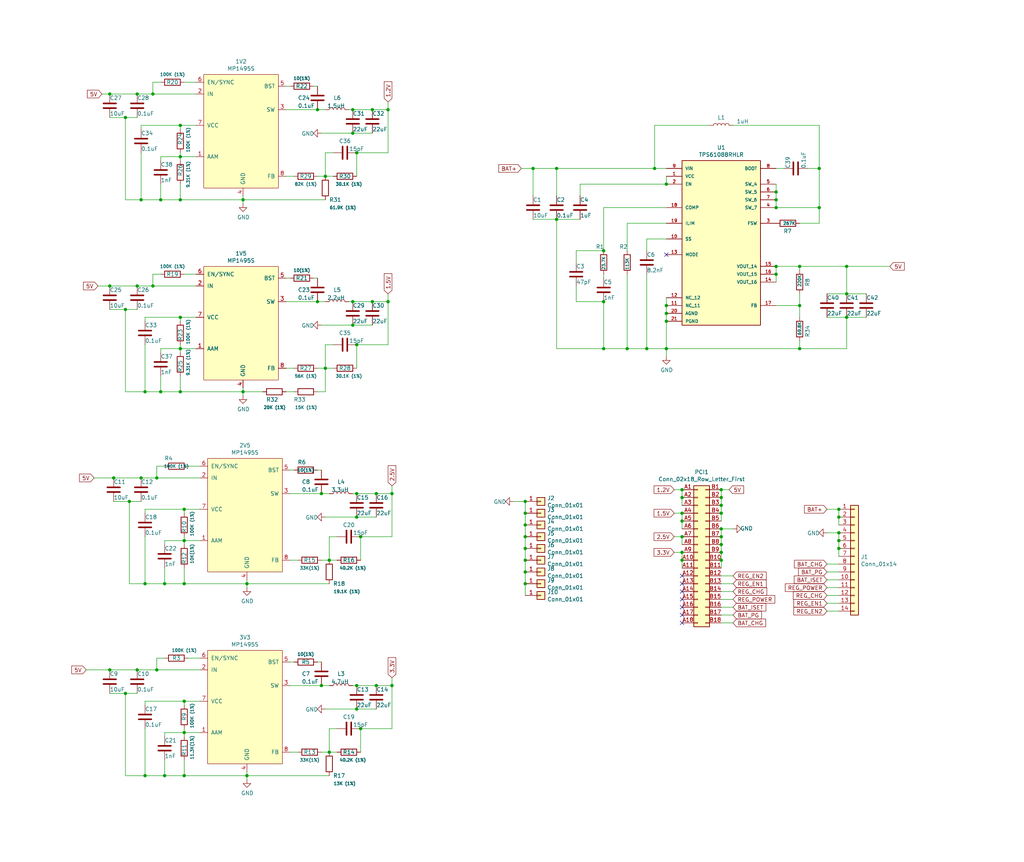
<source format=kicad_sch>
(kicad_sch (version 20211123) (generator eeschema)
  (paper "User" 331.8 279.4)
  (junction (at 58.42 102.87))
  (junction (at 116.84 173.99))
  (junction (at 45.72 64.77))
  (junction (at 170.18 173.99))
  (junction (at 180.34 54.61))
  (junction (at 102.87 97.79))
  (junction (at 127 160.02))
  (junction (at 274.32 102.87))
  (junction (at 215.9 99.06))
  (junction (at 53.34 251.46))
  (junction (at 127 222.25))
  (junction (at 233.68 173.99))
  (junction (at 115.57 49.53))
  (junction (at 58.42 40.64))
  (junction (at 40.64 224.79))
  (junction (at 59.69 165.1))
  (junction (at 203.2 113.03))
  (junction (at 271.78 165.1))
  (junction (at 59.69 175.26))
  (junction (at 116.84 236.22))
  (junction (at 104.14 160.02))
  (junction (at 271.78 177.8))
  (junction (at 265.43 54.61))
  (junction (at 170.18 162.56))
  (junction (at 44.45 217.17))
  (junction (at 195.58 81.28))
  (junction (at 233.68 161.29))
  (junction (at 115.57 160.02))
  (junction (at 274.32 95.25))
  (junction (at 220.98 166.37))
  (junction (at 259.08 113.03))
  (junction (at 220.98 161.29))
  (junction (at 170.18 170.18))
  (junction (at 46.99 127))
  (junction (at 58.42 64.77))
  (junction (at 44.45 92.71))
  (junction (at 41.91 162.56))
  (junction (at 80.01 189.23))
  (junction (at 233.68 158.75))
  (junction (at 46.99 251.46))
  (junction (at 80.01 251.46))
  (junction (at 265.43 67.31))
  (junction (at 49.53 92.71))
  (junction (at 170.18 185.42))
  (junction (at 220.98 158.75))
  (junction (at 220.98 181.61))
  (junction (at 114.3 43.18))
  (junction (at 115.57 167.64))
  (junction (at 170.18 181.61))
  (junction (at 215.9 104.14))
  (junction (at 45.72 154.94))
  (junction (at 104.14 222.25))
  (junction (at 35.56 30.48))
  (junction (at 50.8 217.17))
  (junction (at 259.08 99.06))
  (junction (at 40.64 38.1))
  (junction (at 78.74 127))
  (junction (at 44.45 30.48))
  (junction (at 114.3 105.41))
  (junction (at 120.65 97.79))
  (junction (at 251.46 88.9))
  (junction (at 59.69 237.49))
  (junction (at 58.42 127))
  (junction (at 271.78 167.64))
  (junction (at 209.55 113.03))
  (junction (at 215.9 59.69))
  (junction (at 220.98 173.99))
  (junction (at 233.68 176.53))
  (junction (at 233.68 181.61))
  (junction (at 170.18 166.37))
  (junction (at 59.69 251.46))
  (junction (at 52.07 127))
  (junction (at 180.34 71.12))
  (junction (at 78.74 64.77))
  (junction (at 259.08 86.36))
  (junction (at 115.57 222.25))
  (junction (at 271.78 175.26))
  (junction (at 105.41 57.15))
  (junction (at 220.98 179.07))
  (junction (at 170.18 177.8))
  (junction (at 233.68 166.37))
  (junction (at 59.69 227.33))
  (junction (at 172.72 54.61))
  (junction (at 35.56 217.17))
  (junction (at 58.42 50.8))
  (junction (at 251.46 67.31))
  (junction (at 212.09 54.61))
  (junction (at 251.46 86.36))
  (junction (at 121.92 160.02))
  (junction (at 102.87 35.56))
  (junction (at 105.41 119.38))
  (junction (at 106.68 181.61))
  (junction (at 114.3 97.79))
  (junction (at 50.8 154.94))
  (junction (at 233.68 163.83))
  (junction (at 52.07 64.77))
  (junction (at 215.9 113.03))
  (junction (at 59.69 189.23))
  (junction (at 215.9 101.6))
  (junction (at 170.18 189.23))
  (junction (at 58.42 113.03))
  (junction (at 46.99 189.23))
  (junction (at 125.73 97.79))
  (junction (at 106.68 243.84))
  (junction (at 195.58 97.79))
  (junction (at 35.56 92.71))
  (junction (at 271.78 172.72))
  (junction (at 251.46 64.77))
  (junction (at 115.57 111.76))
  (junction (at 40.64 100.33))
  (junction (at 251.46 62.23))
  (junction (at 233.68 171.45))
  (junction (at 53.34 189.23))
  (junction (at 115.57 229.87))
  (junction (at 120.65 35.56))
  (junction (at 233.68 179.07))
  (junction (at 125.73 35.56))
  (junction (at 49.53 30.48))
  (junction (at 195.58 113.03))
  (junction (at 36.83 154.94))
  (junction (at 114.3 35.56))
  (junction (at 121.92 222.25))
  (junction (at 220.98 168.91))
  (junction (at 274.32 86.36))
  (no_connect (at 220.98 196.85))
  (no_connect (at 220.98 189.23))
  (no_connect (at 220.98 194.31))
  (no_connect (at 220.98 186.69))
  (no_connect (at 220.98 201.93))
  (no_connect (at 215.9 82.55))
  (no_connect (at 220.98 191.77))
  (no_connect (at 220.98 199.39))
  (wire (pts (xy 209.55 77.47) (xy 209.55 81.28)))
  (wire (pts (xy 261.62 54.61) (xy 265.43 54.61)))
  (wire (pts (xy 58.42 102.87) (xy 63.5 102.87)))
  (wire (pts (xy 33.02 30.48) (xy 35.56 30.48)))
  (wire (pts (xy 35.56 30.48) (xy 44.45 30.48)))
  (wire (pts (xy 125.73 49.53) (xy 125.73 35.56)))
  (wire (pts (xy 53.34 175.26) (xy 53.34 176.53)))
  (wire (pts (xy 46.99 111.76) (xy 46.99 127)))
  (wire (pts (xy 180.34 54.61) (xy 172.72 54.61)))
  (wire (pts (xy 40.64 100.33) (xy 44.45 100.33)))
  (wire (pts (xy 170.18 177.8) (xy 170.18 181.61)))
  (wire (pts (xy 215.9 99.06) (xy 215.9 101.6)))
  (wire (pts (xy 101.6 90.17) (xy 102.87 90.17)))
  (wire (pts (xy 58.42 121.92) (xy 58.42 127)))
  (wire (pts (xy 233.68 181.61) (xy 233.68 184.15)))
  (wire (pts (xy 220.98 168.91) (xy 220.98 171.45)))
  (wire (pts (xy 27.94 217.17) (xy 35.56 217.17)))
  (wire (pts (xy 35.56 217.17) (xy 44.45 217.17)))
  (wire (pts (xy 105.41 119.38) (xy 105.41 111.76)))
  (wire (pts (xy 104.14 105.41) (xy 114.3 105.41)))
  (wire (pts (xy 114.3 105.41) (xy 120.65 105.41)))
  (wire (pts (xy 92.71 119.38) (xy 95.25 119.38)))
  (wire (pts (xy 104.14 160.02) (xy 106.68 160.02)))
  (wire (pts (xy 105.41 57.15) (xy 107.95 57.15)))
  (wire (pts (xy 251.46 59.69) (xy 251.46 62.23)))
  (wire (pts (xy 105.41 111.76) (xy 107.95 111.76)))
  (wire (pts (xy 46.99 227.33) (xy 46.99 228.6)))
  (wire (pts (xy 49.53 30.48) (xy 63.5 30.48)))
  (wire (pts (xy 52.07 121.92) (xy 52.07 127)))
  (wire (pts (xy 251.46 64.77) (xy 251.46 67.31)))
  (wire (pts (xy 45.72 40.64) (xy 45.72 41.91)))
  (wire (pts (xy 116.84 243.84) (xy 116.84 236.22)))
  (wire (pts (xy 237.49 196.85) (xy 233.68 196.85)))
  (wire (pts (xy 170.18 162.56) (xy 170.18 166.37)))
  (wire (pts (xy 233.68 179.07) (xy 233.68 181.61)))
  (wire (pts (xy 50.8 151.13) (xy 53.34 151.13)))
  (wire (pts (xy 195.58 97.79) (xy 195.58 113.03)))
  (wire (pts (xy 53.34 246.38) (xy 53.34 251.46)))
  (wire (pts (xy 127 173.99) (xy 127 160.02)))
  (wire (pts (xy 215.9 59.69) (xy 187.96 59.69)))
  (wire (pts (xy 45.72 154.94) (xy 50.8 154.94)))
  (wire (pts (xy 104.14 243.84) (xy 106.68 243.84)))
  (wire (pts (xy 102.87 57.15) (xy 105.41 57.15)))
  (wire (pts (xy 92.71 127) (xy 95.25 127)))
  (wire (pts (xy 127 236.22) (xy 127 222.25)))
  (wire (pts (xy 106.68 181.61) (xy 106.68 173.99)))
  (wire (pts (xy 102.87 97.79) (xy 105.41 97.79)))
  (wire (pts (xy 50.8 154.94) (xy 50.8 151.13)))
  (wire (pts (xy 115.57 119.38) (xy 115.57 111.76)))
  (wire (pts (xy 267.97 193.04) (xy 271.78 193.04)))
  (wire (pts (xy 237.49 189.23) (xy 233.68 189.23)))
  (wire (pts (xy 209.55 88.9) (xy 209.55 113.03)))
  (wire (pts (xy 92.71 27.94) (xy 93.98 27.94)))
  (wire (pts (xy 45.72 49.53) (xy 45.72 64.77)))
  (wire (pts (xy 180.34 63.5) (xy 180.34 54.61)))
  (wire (pts (xy 186.69 97.79) (xy 195.58 97.79)))
  (wire (pts (xy 41.91 162.56) (xy 45.72 162.56)))
  (wire (pts (xy 115.57 49.53) (xy 125.73 49.53)))
  (wire (pts (xy 265.43 54.61) (xy 265.43 67.31)))
  (wire (pts (xy 237.49 191.77) (xy 233.68 191.77)))
  (wire (pts (xy 172.72 54.61) (xy 168.91 54.61)))
  (wire (pts (xy 105.41 57.15) (xy 105.41 49.53)))
  (wire (pts (xy 30.48 154.94) (xy 36.83 154.94)))
  (wire (pts (xy 36.83 154.94) (xy 45.72 154.94)))
  (wire (pts (xy 106.68 243.84) (xy 106.68 236.22)))
  (wire (pts (xy 60.96 213.36) (xy 64.77 213.36)))
  (wire (pts (xy 80.01 251.46) (xy 106.68 251.46)))
  (wire (pts (xy 233.68 161.29) (xy 233.68 163.83)))
  (wire (pts (xy 259.08 95.25) (xy 259.08 99.06)))
  (wire (pts (xy 265.43 67.31) (xy 265.43 72.39)))
  (wire (pts (xy 229.87 40.64) (xy 212.09 40.64)))
  (wire (pts (xy 259.08 86.36) (xy 274.32 86.36)))
  (wire (pts (xy 233.68 176.53) (xy 233.68 179.07)))
  (wire (pts (xy 59.69 237.49) (xy 59.69 238.76)))
  (wire (pts (xy 63.5 113.03) (xy 58.42 113.03)))
  (wire (pts (xy 52.07 127) (xy 58.42 127)))
  (wire (pts (xy 78.74 66.04) (xy 78.74 64.77)))
  (wire (pts (xy 106.68 173.99) (xy 109.22 173.99)))
  (wire (pts (xy 64.77 165.1) (xy 59.69 165.1)))
  (wire (pts (xy 53.34 189.23) (xy 46.99 189.23)))
  (wire (pts (xy 58.42 111.76) (xy 58.42 113.03)))
  (wire (pts (xy 115.57 111.76) (xy 125.73 111.76)))
  (wire (pts (xy 125.73 35.56) (xy 125.73 33.02)))
  (wire (pts (xy 60.96 151.13) (xy 64.77 151.13)))
  (wire (pts (xy 59.69 175.26) (xy 53.34 175.26)))
  (wire (pts (xy 93.98 181.61) (xy 96.52 181.61)))
  (wire (pts (xy 40.64 100.33) (xy 40.64 127)))
  (wire (pts (xy 233.68 166.37) (xy 233.68 168.91)))
  (wire (pts (xy 125.73 97.79) (xy 125.73 95.25)))
  (wire (pts (xy 203.2 113.03) (xy 209.55 113.03)))
  (wire (pts (xy 233.68 158.75) (xy 233.68 161.29)))
  (wire (pts (xy 59.69 189.23) (xy 80.01 189.23)))
  (wire (pts (xy 267.97 195.58) (xy 271.78 195.58)))
  (wire (pts (xy 102.87 127) (xy 105.41 127)))
  (wire (pts (xy 102.87 214.63) (xy 104.14 214.63)))
  (wire (pts (xy 40.64 224.79) (xy 40.64 251.46)))
  (wire (pts (xy 267.97 182.88) (xy 271.78 182.88)))
  (wire (pts (xy 58.42 40.64) (xy 58.42 41.91)))
  (wire (pts (xy 218.44 158.75) (xy 220.98 158.75)))
  (wire (pts (xy 93.98 214.63) (xy 95.25 214.63)))
  (wire (pts (xy 220.98 173.99) (xy 220.98 176.53)))
  (wire (pts (xy 63.5 40.64) (xy 58.42 40.64)))
  (wire (pts (xy 180.34 71.12) (xy 180.34 113.03)))
  (wire (pts (xy 106.68 181.61) (xy 109.22 181.61)))
  (wire (pts (xy 46.99 189.23) (xy 46.99 173.99)))
  (wire (pts (xy 59.69 175.26) (xy 59.69 176.53)))
  (wire (pts (xy 64.77 227.33) (xy 59.69 227.33)))
  (wire (pts (xy 59.69 184.15) (xy 59.69 189.23)))
  (wire (pts (xy 220.98 161.29) (xy 220.98 163.83)))
  (wire (pts (xy 251.46 86.36) (xy 251.46 88.9)))
  (wire (pts (xy 105.41 167.64) (xy 115.57 167.64)))
  (wire (pts (xy 115.57 167.64) (xy 121.92 167.64)))
  (wire (pts (xy 40.64 251.46) (xy 46.99 251.46)))
  (wire (pts (xy 186.69 92.71) (xy 186.69 97.79)))
  (wire (pts (xy 220.98 158.75) (xy 220.98 161.29)))
  (wire (pts (xy 50.8 217.17) (xy 50.8 213.36)))
  (wire (pts (xy 215.9 57.15) (xy 215.9 59.69)))
  (wire (pts (xy 195.58 88.9) (xy 195.58 90.17)))
  (wire (pts (xy 46.99 251.46) (xy 53.34 251.46)))
  (wire (pts (xy 237.49 201.93) (xy 233.68 201.93)))
  (wire (pts (xy 220.98 179.07) (xy 220.98 181.61)))
  (wire (pts (xy 215.9 67.31) (xy 195.58 67.31)))
  (wire (pts (xy 195.58 113.03) (xy 203.2 113.03)))
  (wire (pts (xy 52.07 50.8) (xy 52.07 52.07)))
  (wire (pts (xy 127 222.25) (xy 127 219.71)))
  (wire (pts (xy 49.53 92.71) (xy 49.53 88.9)))
  (wire (pts (xy 52.07 59.69) (xy 52.07 64.77)))
  (wire (pts (xy 127 160.02) (xy 127 157.48)))
  (wire (pts (xy 35.56 100.33) (xy 40.64 100.33)))
  (wire (pts (xy 59.69 237.49) (xy 53.34 237.49)))
  (wire (pts (xy 46.99 165.1) (xy 59.69 165.1)))
  (wire (pts (xy 80.01 252.73) (xy 80.01 251.46)))
  (wire (pts (xy 237.49 194.31) (xy 233.68 194.31)))
  (wire (pts (xy 44.45 92.71) (xy 49.53 92.71)))
  (wire (pts (xy 271.78 167.64) (xy 271.78 170.18)))
  (wire (pts (xy 106.68 243.84) (xy 109.22 243.84)))
  (wire (pts (xy 78.74 128.27) (xy 78.74 127)))
  (wire (pts (xy 251.46 54.61) (xy 254 54.61)))
  (wire (pts (xy 259.08 113.03) (xy 274.32 113.03)))
  (wire (pts (xy 105.41 49.53) (xy 107.95 49.53)))
  (wire (pts (xy 36.83 162.56) (xy 41.91 162.56)))
  (wire (pts (xy 267.97 172.72) (xy 271.78 172.72)))
  (wire (pts (xy 233.68 163.83) (xy 233.68 166.37)))
  (wire (pts (xy 58.42 102.87) (xy 58.42 104.14)))
  (wire (pts (xy 63.5 50.8) (xy 58.42 50.8)))
  (wire (pts (xy 218.44 179.07) (xy 220.98 179.07)))
  (wire (pts (xy 113.03 97.79) (xy 114.3 97.79)))
  (wire (pts (xy 114.3 97.79) (xy 120.65 97.79)))
  (wire (pts (xy 120.65 97.79) (xy 125.73 97.79)))
  (wire (pts (xy 218.44 173.99) (xy 220.98 173.99)))
  (wire (pts (xy 125.73 111.76) (xy 125.73 97.79)))
  (wire (pts (xy 105.41 229.87) (xy 115.57 229.87)))
  (wire (pts (xy 115.57 229.87) (xy 121.92 229.87)))
  (wire (pts (xy 251.46 99.06) (xy 259.08 99.06)))
  (wire (pts (xy 102.87 152.4) (xy 104.14 152.4)))
  (wire (pts (xy 271.78 175.26) (xy 271.78 177.8)))
  (wire (pts (xy 186.69 81.28) (xy 186.69 85.09)))
  (wire (pts (xy 267.97 185.42) (xy 271.78 185.42)))
  (wire (pts (xy 237.49 186.69) (xy 233.68 186.69)))
  (wire (pts (xy 236.22 158.75) (xy 233.68 158.75)))
  (wire (pts (xy 46.99 102.87) (xy 58.42 102.87)))
  (wire (pts (xy 187.96 59.69) (xy 187.96 63.5)))
  (wire (pts (xy 58.42 50.8) (xy 58.42 52.07)))
  (wire (pts (xy 209.55 113.03) (xy 215.9 113.03)))
  (wire (pts (xy 59.69 26.67) (xy 63.5 26.67)))
  (wire (pts (xy 40.64 224.79) (xy 44.45 224.79)))
  (wire (pts (xy 53.34 184.15) (xy 53.34 189.23)))
  (wire (pts (xy 170.18 162.56) (xy 166.37 162.56)))
  (wire (pts (xy 215.9 54.61) (xy 212.09 54.61)))
  (wire (pts (xy 40.64 38.1) (xy 44.45 38.1)))
  (wire (pts (xy 53.34 189.23) (xy 59.69 189.23)))
  (wire (pts (xy 59.69 165.1) (xy 59.69 166.37)))
  (wire (pts (xy 59.69 246.38) (xy 59.69 251.46)))
  (wire (pts (xy 50.8 213.36) (xy 53.34 213.36)))
  (wire (pts (xy 259.08 113.03) (xy 259.08 110.49)))
  (wire (pts (xy 46.99 236.22) (xy 46.99 251.46)))
  (wire (pts (xy 78.74 63.5) (xy 78.74 64.77)))
  (wire (pts (xy 104.14 222.25) (xy 106.68 222.25)))
  (wire (pts (xy 218.44 166.37) (xy 220.98 166.37)))
  (wire (pts (xy 58.42 49.53) (xy 58.42 50.8)))
  (wire (pts (xy 116.84 181.61) (xy 116.84 173.99)))
  (wire (pts (xy 251.46 86.36) (xy 259.08 86.36)))
  (wire (pts (xy 274.32 95.25) (xy 280.67 95.25)))
  (wire (pts (xy 186.69 81.28) (xy 195.58 81.28)))
  (wire (pts (xy 170.18 166.37) (xy 170.18 170.18)))
  (wire (pts (xy 115.57 57.15) (xy 115.57 49.53)))
  (wire (pts (xy 35.56 224.79) (xy 40.64 224.79)))
  (wire (pts (xy 237.49 40.64) (xy 265.43 40.64)))
  (wire (pts (xy 40.64 127) (xy 46.99 127)))
  (wire (pts (xy 58.42 40.64) (xy 45.72 40.64)))
  (wire (pts (xy 44.45 217.17) (xy 50.8 217.17)))
  (wire (pts (xy 203.2 88.9) (xy 203.2 113.03)))
  (wire (pts (xy 170.18 185.42) (xy 170.18 189.23)))
  (wire (pts (xy 50.8 217.17) (xy 64.77 217.17)))
  (wire (pts (xy 92.71 90.17) (xy 93.98 90.17)))
  (wire (pts (xy 271.78 177.8) (xy 271.78 180.34)))
  (wire (pts (xy 52.07 113.03) (xy 58.42 113.03)))
  (wire (pts (xy 80.01 187.96) (xy 80.01 189.23)))
  (wire (pts (xy 265.43 72.39) (xy 259.08 72.39)))
  (wire (pts (xy 114.3 222.25) (xy 115.57 222.25)))
  (wire (pts (xy 115.57 222.25) (xy 121.92 222.25)))
  (wire (pts (xy 121.92 222.25) (xy 127 222.25)))
  (wire (pts (xy 106.68 236.22) (xy 109.22 236.22)))
  (wire (pts (xy 271.78 172.72) (xy 271.78 175.26)))
  (wire (pts (xy 46.99 127) (xy 52.07 127)))
  (wire (pts (xy 215.9 72.39) (xy 203.2 72.39)))
  (wire (pts (xy 187.96 71.12) (xy 180.34 71.12)))
  (wire (pts (xy 172.72 63.5) (xy 172.72 54.61)))
  (wire (pts (xy 50.8 154.94) (xy 64.77 154.94)))
  (wire (pts (xy 105.41 119.38) (xy 107.95 119.38)))
  (wire (pts (xy 215.9 115.57) (xy 215.9 113.03)))
  (wire (pts (xy 288.29 86.36) (xy 274.32 86.36)))
  (wire (pts (xy 78.74 125.73) (xy 78.74 127)))
  (wire (pts (xy 49.53 26.67) (xy 52.07 26.67)))
  (wire (pts (xy 170.18 170.18) (xy 170.18 173.99)))
  (wire (pts (xy 41.91 189.23) (xy 46.99 189.23)))
  (wire (pts (xy 31.75 92.71) (xy 35.56 92.71)))
  (wire (pts (xy 35.56 92.71) (xy 44.45 92.71)))
  (wire (pts (xy 58.42 59.69) (xy 58.42 64.77)))
  (wire (pts (xy 59.69 173.99) (xy 59.69 175.26)))
  (wire (pts (xy 104.14 181.61) (xy 106.68 181.61)))
  (wire (pts (xy 59.69 227.33) (xy 59.69 228.6)))
  (wire (pts (xy 116.84 173.99) (xy 127 173.99)))
  (wire (pts (xy 170.18 181.61) (xy 170.18 185.42)))
  (wire (pts (xy 251.46 91.44) (xy 251.46 88.9)))
  (wire (pts (xy 64.77 175.26) (xy 59.69 175.26)))
  (wire (pts (xy 64.77 237.49) (xy 59.69 237.49)))
  (wire (pts (xy 40.64 64.77) (xy 45.72 64.77)))
  (wire (pts (xy 102.87 35.56) (xy 105.41 35.56)))
  (wire (pts (xy 195.58 67.31) (xy 195.58 81.28)))
  (wire (pts (xy 233.68 171.45) (xy 233.68 173.99)))
  (wire (pts (xy 59.69 88.9) (xy 63.5 88.9)))
  (wire (pts (xy 44.45 30.48) (xy 49.53 30.48)))
  (wire (pts (xy 259.08 99.06) (xy 259.08 102.87)))
  (wire (pts (xy 52.07 64.77) (xy 58.42 64.77)))
  (wire (pts (xy 251.46 67.31) (xy 265.43 67.31)))
  (wire (pts (xy 267.97 190.5) (xy 271.78 190.5)))
  (wire (pts (xy 265.43 40.64) (xy 265.43 54.61)))
  (wire (pts (xy 212.09 40.64) (xy 212.09 54.61)))
  (wire (pts (xy 78.74 127) (xy 85.09 127)))
  (wire (pts (xy 203.2 72.39) (xy 203.2 81.28)))
  (wire (pts (xy 93.98 152.4) (xy 95.25 152.4)))
  (wire (pts (xy 92.71 35.56) (xy 102.87 35.56)))
  (wire (pts (xy 274.32 102.87) (xy 274.32 113.03)))
  (wire (pts (xy 45.72 64.77) (xy 52.07 64.77)))
  (wire (pts (xy 53.34 237.49) (xy 53.34 238.76)))
  (wire (pts (xy 58.42 113.03) (xy 58.42 114.3)))
  (wire (pts (xy 233.68 173.99) (xy 233.68 176.53)))
  (wire (pts (xy 46.99 102.87) (xy 46.99 104.14)))
  (wire (pts (xy 215.9 104.14) (xy 215.9 113.03)))
  (wire (pts (xy 280.67 102.87) (xy 274.32 102.87)))
  (wire (pts (xy 49.53 30.48) (xy 49.53 26.67)))
  (wire (pts (xy 92.71 97.79) (xy 102.87 97.79)))
  (wire (pts (xy 113.03 35.56) (xy 114.3 35.56)))
  (wire (pts (xy 114.3 35.56) (xy 120.65 35.56)))
  (wire (pts (xy 120.65 35.56) (xy 125.73 35.56)))
  (wire (pts (xy 41.91 162.56) (xy 41.91 189.23)))
  (wire (pts (xy 105.41 127) (xy 105.41 119.38)))
  (wire (pts (xy 35.56 38.1) (xy 40.64 38.1)))
  (wire (pts (xy 49.53 92.71) (xy 63.5 92.71)))
  (wire (pts (xy 267.97 187.96) (xy 271.78 187.96)))
  (wire (pts (xy 170.18 173.99) (xy 170.18 177.8)))
  (wire (pts (xy 58.42 127) (xy 78.74 127)))
  (wire (pts (xy 114.3 160.02) (xy 115.57 160.02)))
  (wire (pts (xy 115.57 160.02) (xy 121.92 160.02)))
  (wire (pts (xy 121.92 160.02) (xy 127 160.02)))
  (wire (pts (xy 59.69 251.46) (xy 80.01 251.46)))
  (wire (pts (xy 251.46 62.23) (xy 251.46 64.77)))
  (wire (pts (xy 267.97 95.25) (xy 274.32 95.25)))
  (wire (pts (xy 80.01 250.19) (xy 80.01 251.46)))
  (wire (pts (xy 93.98 160.02) (xy 104.14 160.02)))
  (wire (pts (xy 259.08 113.03) (xy 215.9 113.03)))
  (wire (pts (xy 58.42 50.8) (xy 52.07 50.8)))
  (wire (pts (xy 53.34 251.46) (xy 59.69 251.46)))
  (wire (pts (xy 170.18 189.23) (xy 170.18 193.04)))
  (wire (pts (xy 104.14 43.18) (xy 114.3 43.18)))
  (wire (pts (xy 114.3 43.18) (xy 120.65 43.18)))
  (wire (pts (xy 237.49 199.39) (xy 233.68 199.39)))
  (wire (pts (xy 267.97 165.1) (xy 271.78 165.1)))
  (wire (pts (xy 46.99 166.37) (xy 46.99 165.1)))
  (wire (pts (xy 102.87 119.38) (xy 105.41 119.38)))
  (wire (pts (xy 180.34 113.03) (xy 195.58 113.03)))
  (wire (pts (xy 80.01 190.5) (xy 80.01 189.23)))
  (wire (pts (xy 267.97 102.87) (xy 274.32 102.87)))
  (wire (pts (xy 274.32 95.25) (xy 274.32 86.36)))
  (wire (pts (xy 220.98 166.37) (xy 220.98 168.91)))
  (wire (pts (xy 215.9 96.52) (xy 215.9 99.06)))
  (wire (pts (xy 180.34 71.12) (xy 172.72 71.12)))
  (wire (pts (xy 271.78 165.1) (xy 271.78 167.64)))
  (wire (pts (xy 220.98 181.61) (xy 220.98 184.15)))
  (wire (pts (xy 101.6 27.94) (xy 102.87 27.94)))
  (wire (pts (xy 116.84 236.22) (xy 127 236.22)))
  (wire (pts (xy 78.74 64.77) (xy 105.41 64.77)))
  (wire (pts (xy 40.64 38.1) (xy 40.64 64.77)))
  (wire (pts (xy 80.01 189.23) (xy 106.68 189.23)))
  (wire (pts (xy 49.53 88.9) (xy 52.07 88.9)))
  (wire (pts (xy 233.68 171.45) (xy 237.49 171.45)))
  (wire (pts (xy 267.97 198.12) (xy 271.78 198.12)))
  (wire (pts (xy 93.98 243.84) (xy 96.52 243.84)))
  (wire (pts (xy 93.98 222.25) (xy 104.14 222.25)))
  (wire (pts (xy 259.08 86.36) (xy 259.08 87.63)))
  (wire (pts (xy 52.07 113.03) (xy 52.07 114.3)))
  (wire (pts (xy 212.09 54.61) (xy 180.34 54.61)))
  (wire (pts (xy 59.69 227.33) (xy 46.99 227.33)))
  (wire (pts (xy 58.42 64.77) (xy 78.74 64.77)))
  (wire (pts (xy 92.71 57.15) (xy 95.25 57.15)))
  (wire (pts (xy 215.9 101.6) (xy 215.9 104.14)))
  (wire (pts (xy 59.69 236.22) (xy 59.69 237.49)))
  (wire (pts (xy 215.9 77.47) (xy 209.55 77.47)))
  (global_label "BAT_ISET" (shape input) (at 237.49 196.85 0) (property "Intersheet References" "${INTERSHEET_REFS}" (effects hide)))
  (global_label "5V" (shape input) (at 236.22 158.75 0) (property "Intersheet References" "${INTERSHEET_REFS}" (effects hide)))
  (global_label "1.2V" (shape input) (at 218.44 158.75 180) (property "Intersheet References" "${INTERSHEET_REFS}" (effects hide)))
  (global_label "5V" (shape input) (at 33.02 30.48 180) (property "Intersheet References" "${INTERSHEET_REFS}" (effects hide)))
  (global_label "2.5V" (shape input) (at 218.44 173.99 180) (property "Intersheet References" "${INTERSHEET_REFS}" (effects hide)))
  (global_label "3.3V" (shape input) (at 218.44 179.07 180) (property "Intersheet References" "${INTERSHEET_REFS}" (effects hide)))
  (global_label "REG_POWER" (shape input) (at 267.97 190.5 180) (property "Intersheet References" "${INTERSHEET_REFS}" (effects hide)))
  (global_label "REG_CHG" (shape input) (at 237.49 191.77 0) (property "Intersheet References" "${INTERSHEET_REFS}" (effects hide)))
  (global_label "REG_CHG" (shape input) (at 267.97 193.04 180) (property "Intersheet References" "${INTERSHEET_REFS}" (effects hide)))
  (global_label "BAT_CHG" (shape input) (at 237.49 201.93 0) (property "Intersheet References" "${INTERSHEET_REFS}" (effects hide)))
  (global_label "BAT+" (shape input) (at 267.97 165.1 180) (property "Intersheet References" "${INTERSHEET_REFS}" (effects hide)))
  (global_label "BAT_PG" (shape input) (at 237.49 199.39 0) (property "Intersheet References" "${INTERSHEET_REFS}" (effects hide)))
  (global_label "5V" (shape input) (at 27.94 217.17 180) (property "Intersheet References" "${INTERSHEET_REFS}" (effects hide)))
  (global_label "REG_POWER" (shape input) (at 237.49 194.31 0) (property "Intersheet References" "${INTERSHEET_REFS}" (effects hide)))
  (global_label "5V" (shape input) (at 30.48 154.94 180) (property "Intersheet References" "${INTERSHEET_REFS}" (effects hide)))
  (global_label "BAT+" (shape input) (at 168.91 54.61 180) (property "Intersheet References" "${INTERSHEET_REFS}" (effects hide)))
  (global_label "BAT_PG" (shape input) (at 267.97 185.42 180) (property "Intersheet References" "${INTERSHEET_REFS}" (effects hide)))
  (global_label "2.5V" (shape input) (at 127 157.48 90) (property "Intersheet References" "${INTERSHEET_REFS}" (effects hide)))
  (global_label "REG_EN1" (shape input) (at 267.97 195.58 180) (property "Intersheet References" "${INTERSHEET_REFS}" (effects hide)))
  (global_label "5V" (shape input) (at 31.75 92.71 180) (property "Intersheet References" "${INTERSHEET_REFS}" (effects hide)))
  (global_label "BAT_CHG" (shape input) (at 267.97 182.88 180) (property "Intersheet References" "${INTERSHEET_REFS}" (effects hide)))
  (global_label "1.5V" (shape input) (at 218.44 166.37 180) (property "Intersheet References" "${INTERSHEET_REFS}" (effects hide)))
  (global_label "BAT_ISET" (shape input) (at 267.97 187.96 180) (property "Intersheet References" "${INTERSHEET_REFS}" (effects hide)))
  (global_label "1.2V" (shape input) (at 125.73 33.02 90) (property "Intersheet References" "${INTERSHEET_REFS}" (effects hide)))
  (global_label "REG_EN1" (shape input) (at 237.49 189.23 0) (property "Intersheet References" "${INTERSHEET_REFS}" (effects hide)))
  (global_label "5V" (shape input) (at 288.29 86.36 0) (property "Intersheet References" "${INTERSHEET_REFS}" (effects hide)))
  (global_label "REG_EN2" (shape input) (at 267.97 198.12 180) (property "Intersheet References" "${INTERSHEET_REFS}" (effects hide)))
  (global_label "REG_EN2" (shape input) (at 237.49 186.69 0) (property "Intersheet References" "${INTERSHEET_REFS}" (effects hide)))
  (global_label "1.5V" (shape input) (at 125.73 95.25 90) (property "Intersheet References" "${INTERSHEET_REFS}" (effects hide)))
  (global_label "3.3V" (shape input) (at 127 219.71 90) (property "Intersheet References" "${INTERSHEET_REFS}" (effects hide)))
  (symbol (lib_id "TPS61088RHLR:TPS61088RHLR") (at 233.68 77.47 0) (unit 1)
    (property "Reference" "U1" (at 233.68 47.8282 0))
    (property "Value" "TPS61088RHLR" (at 233.68 50.1396 0))
    (property "Footprint" "Lib:IC_TPS61088RHLR" (effects hide))
    (property "MAXIMUM_PACKAGE_HEIGHT" "1.00mm" (effects hide))
    (property "STANDARD" "Manufacturer Recommendations" (effects hide))
    (property "PARTREV" "4219071/A 05/2017" (effects hide))
    (property "MANUFACTURER" "Texas Instruments" (effects hide))
  )
  (symbol (lib_id "PCI:PCIx1") (at 227.33 179.07 0) (unit 1)
    (property "Reference" "PCI1" (at 227.33 153.035 0))
    (property "Value" "Conn_02x18_Row_Letter_First" (at 227.33 155.3464 0))
    (property "Footprint" "Connector_PCBEdge:BUS_PCIexpress_x1" (effects hide))
  )
  (symbol (lib_id "Device:C") (at 180.34 67.31 0) (unit 1)
    (property "Reference" "C2" (at 180.34 64.77 0) (effects (justify left)))
    (property "Value" "0.1uF" (at 180.34 69.85 0) (effects (justify left)))
    (property "Footprint" "Capacitor_SMD:C_0402_1005Metric" (effects hide))
  )
  (symbol (lib_id "Device:C") (at 172.72 67.31 0) (unit 1)
    (property "Reference" "C1" (at 172.72 64.77 0) (effects (justify left)))
    (property "Value" "10uF" (at 172.72 69.85 0) (effects (justify left)))
    (property "Footprint" "Capacitor_SMD:C_0603_1608Metric" (effects hide))
  )
  (symbol (lib_id "Device:C") (at 187.96 67.31 0) (unit 1)
    (property "Reference" "C4" (at 187.96 64.77 0) (effects (justify left)))
    (property "Value" "1uF" (at 187.96 69.85 0) (effects (justify left)))
    (property "Footprint" "Capacitor_SMD:C_0402_1005Metric" (effects hide))
  )
  (symbol (lib_id "Device:C") (at 186.69 88.9 0) (unit 1)
    (property "Reference" "C3" (at 186.69 86.36 0) (effects (justify left)))
    (property "Value" "47pF" (at 186.69 91.44 0) (effects (justify left)))
    (property "Footprint" "Capacitor_SMD:C_0402_1005Metric" (effects hide))
  )
  (symbol (lib_id "Device:R") (at 195.58 85.09 0) (unit 1)
    (property "Reference" "R1" (at 193.04 80.01 0) (effects (justify left)))
    (property "Value" "23.7K" (at 195.58 87.63 90) (effects (font (size 0.9906 0.9906) bold) (justify left)))
    (property "Footprint" "Resistor_SMD:R_0402_1005Metric" (effects hide))
  )
  (symbol (lib_id "Device:R") (at 203.2 85.09 0) (unit 1)
    (property "Reference" "R2" (at 200.66 80.01 0) (effects (justify left)))
    (property "Value" "113K" (at 203.2 87.63 90) (effects (font (size 0.9906 0.9906) bold) (justify left)))
    (property "Footprint" "Resistor_SMD:R_0402_1005Metric" (effects hide))
  )
  (symbol (lib_id "Device:C") (at 209.55 85.09 0) (unit 1)
    (property "Reference" "C6" (at 209.55 82.55 0) (effects (justify left)))
    (property "Value" "8.2nF" (at 209.55 87.63 0) (effects (justify left)))
    (property "Footprint" "Capacitor_SMD:C_0402_1005Metric" (effects hide))
  )
  (symbol (lib_id "Device:C") (at 280.67 99.06 0) (unit 1)
    (property "Reference" "C42" (at 280.67 96.52 0) (effects (justify left)))
    (property "Value" "22uF" (at 280.67 101.6 0) (effects (justify left)))
    (property "Footprint" "Capacitor_SMD:C_0603_1608Metric" (effects hide))
  )
  (symbol (lib_id "Device:C") (at 195.58 93.98 0) (unit 1)
    (property "Reference" "C5" (at 195.58 91.44 0) (effects (justify left)))
    (property "Value" "1nF" (at 195.58 96.52 0) (effects (justify left)))
    (property "Footprint" "Capacitor_SMD:C_0402_1005Metric" (effects hide))
  )
  (symbol (lib_id "Connector_Generic:Conn_01x01") (at 175.26 162.56 0) (unit 1)
    (property "Reference" "J2" (at 177.292 161.4932 0) (effects (justify left)))
    (property "Value" "Conn_01x01" (at 177.292 163.8046 0) (effects (justify left)))
    (property "Footprint" "Lib:pad-6-1.5" (effects hide))
  )
  (symbol (lib_id "Connector_Generic:Conn_01x01") (at 175.26 166.37 0) (unit 1)
    (property "Reference" "J3" (at 177.292 165.3032 0) (effects (justify left)))
    (property "Value" "Conn_01x01" (at 177.292 167.6146 0) (effects (justify left)))
    (property "Footprint" "Lib:pad-6-1.5" (effects hide))
  )
  (symbol (lib_id "Device:C") (at 257.81 54.61 90) (unit 1)
    (property "Reference" "C39" (at 255.27 54.61 0) (effects (justify left)))
    (property "Value" "0.1uF" (at 260.35 54.61 0) (effects (justify left)))
    (property "Footprint" "Capacitor_SMD:C_0402_1005Metric" (effects hide))
  )
  (symbol (lib_id "Connector_Generic:Conn_01x01") (at 175.26 170.18 0) (unit 1)
    (property "Reference" "J4" (at 177.292 169.1132 0) (effects (justify left)))
    (property "Value" "Conn_01x01" (at 177.292 171.4246 0) (effects (justify left)))
    (property "Footprint" "Lib:pad-6-1.5" (effects hide))
  )
  (symbol (lib_id "Connector_Generic:Conn_01x01") (at 175.26 173.99 0) (unit 1)
    (property "Reference" "J5" (at 177.292 172.9232 0) (effects (justify left)))
    (property "Value" "Conn_01x01" (at 177.292 175.2346 0) (effects (justify left)))
    (property "Footprint" "Lib:pad-6-1.5" (effects hide))
  )
  (symbol (lib_id "Device:R") (at 255.27 72.39 90) (unit 1)
    (property "Reference" "R7" (at 256.54 74.93 90) (effects (justify left)))
    (property "Value" "267K" (at 257.81 72.39 90) (effects (font (size 0.9906 0.9906) bold) (justify left)))
    (property "Footprint" "Resistor_SMD:R_0402_1005Metric" (effects hide))
  )
  (symbol (lib_id "Connector_Generic:Conn_01x01") (at 175.26 177.8 0) (unit 1)
    (property "Reference" "J6" (at 177.292 176.7332 0) (effects (justify left)))
    (property "Value" "Conn_01x01" (at 177.292 179.0446 0) (effects (justify left)))
    (property "Footprint" "Lib:pad-6-1.5" (effects hide))
  )
  (symbol (lib_id "Connector_Generic:Conn_01x01") (at 175.26 181.61 0) (unit 1)
    (property "Reference" "J7" (at 177.292 180.5432 0) (effects (justify left)))
    (property "Value" "Conn_01x01" (at 177.292 182.8546 0) (effects (justify left)))
    (property "Footprint" "Lib:pad-6-1.5" (effects hide))
  )
  (symbol (lib_id "Connector_Generic:Conn_01x01") (at 175.26 185.42 0) (unit 1)
    (property "Reference" "J8" (at 177.292 184.3532 0) (effects (justify left)))
    (property "Value" "Conn_01x01" (at 177.292 186.6646 0) (effects (justify left)))
    (property "Footprint" "Lib:pad-6-1.5" (effects hide))
  )
  (symbol (lib_id "Device:L") (at 233.68 40.64 90) (unit 1)
    (property "Reference" "L1" (at 234.95 38.1 90) (effects (justify left)))
    (property "Value" "1uH" (at 242.57 39.37 90) (effects (justify left)))
    (property "Footprint" "Inductor_SMD:L_Sunlord_MWSA0518_5.4x5.2mm" (effects hide))
  )
  (symbol (lib_id "Connector_Generic:Conn_01x01") (at 175.26 189.23 0) (unit 1)
    (property "Reference" "J9" (at 177.292 188.1632 0) (effects (justify left)))
    (property "Value" "Conn_01x01" (at 177.292 190.4746 0) (effects (justify left)))
    (property "Footprint" "Lib:pad-6-1.5" (effects hide))
  )
  (symbol (lib_id "Connector_Generic:Conn_01x01") (at 175.26 193.04 0) (unit 1)
    (property "Reference" "J10" (at 177.292 191.9732 0) (effects (justify left)))
    (property "Value" "Conn_01x01" (at 177.292 194.2846 0) (effects (justify left)))
    (property "Footprint" "Lib:pad-6-1.5" (effects hide))
  )
  (symbol (lib_id "power:GND") (at 166.37 162.56 270) (unit 1)
    (property "Reference" "#PWR0112" (effects hide))
    (property "Value" "GND" (at 161.9758 162.687 90))
  )
  (symbol (lib_id "Device:R") (at 259.08 91.44 180) (unit 1)
    (property "Reference" "R8" (at 261.62 90.17 90) (effects (justify left)))
    (property "Value" "220K" (at 259.08 88.9 90) (effects (font (size 0.9906 0.9906) bold) (justify left)))
    (property "Footprint" "Resistor_SMD:R_0402_1005Metric" (effects hide))
  )
  (symbol (lib_id "Device:R") (at 259.08 106.68 180) (unit 1)
    (property "Reference" "R34" (at 261.62 105.41 90) (effects (justify left)))
    (property "Value" "69.8K" (at 259.08 104.14 90) (effects (font (size 0.9906 0.9906) bold) (justify left)))
    (property "Footprint" "Resistor_SMD:R_0402_1005Metric" (effects hide))
  )
  (symbol (lib_id "power:GND") (at 237.49 171.45 90) (unit 1)
    (property "Reference" "#PWR01" (effects hide))
    (property "Value" "GND" (at 241.8842 171.323 90))
  )
  (symbol (lib_id "Device:C") (at 267.97 99.06 0) (unit 1)
    (property "Reference" "C40" (at 267.97 96.52 0) (effects (justify left)))
    (property "Value" "22uF" (at 267.97 101.6 0) (effects (justify left)))
    (property "Footprint" "Capacitor_SMD:C_0603_1608Metric" (effects hide))
  )
  (symbol (lib_id "Device:C") (at 274.32 99.06 0) (unit 1)
    (property "Reference" "C41" (at 274.32 96.52 0) (effects (justify left)))
    (property "Value" "22uF" (at 274.32 101.6 0) (effects (justify left)))
    (property "Footprint" "Capacitor_SMD:C_0603_1608Metric" (effects hide))
  )
  (symbol (lib_id "power:GND") (at 215.9 115.57 0) (unit 1)
    (property "Reference" "#PWR02" (effects hide))
    (property "Value" "GND" (at 216.027 119.9642 0))
  )
  (symbol (lib_id "Connector_Generic:Conn_01x14") (at 276.86 180.34 0) (unit 1)
    (property "Reference" "J1" (at 278.892 180.5432 0) (effects (justify left)))
    (property "Value" "Conn_01x14" (at 278.892 182.8546 0) (effects (justify left)))
    (property "Footprint" "Connector_FFC-FPC:Hirose_FH12-14S-0.5SH_1x14-1MP_P0.50mm_Horizontal" (effects hide))
  )
  (symbol (lib_id "power:GND") (at 267.97 172.72 270) (unit 1)
    (property "Reference" "#PWR0111" (effects hide))
    (property "Value" "GND" (at 263.5758 172.847 90))
  )
  (symbol (lib_id "Device:C") (at 35.56 220.98 0) (unit 1)
    (property "Reference" "C9" (at 35.56 218.44 0) (effects (justify left)))
    (property "Value" "10uF" (at 35.56 223.52 0) (effects (justify left)))
    (property "Footprint" "Capacitor_SMD:C_0603_1608Metric" (effects hide))
  )
  (symbol (lib_id "Device:R") (at 59.69 232.41 0) (unit 1)
    (property "Reference" "R9" (at 59.69 233.68 90) (effects (justify left)))
    (property "Value" "100K (1%)" (at 62.23 236.22 90) (effects (font (size 0.9906 0.9906) bold) (justify left)))
    (property "Footprint" "Resistor_SMD:R_0402_1005Metric" (effects hide))
  )
  (symbol (lib_id "Device:L") (at 110.49 222.25 90) (unit 1)
    (property "Reference" "L3" (at 111.76 218.44 90) (effects (justify left)))
    (property "Value" "4.7uH" (at 113.03 220.98 90) (effects (justify left)))
    (property "Footprint" "Inductor_SMD:L_Sunlord_MWSA0518_5.4x5.2mm" (effects hide))
  )
  (symbol (lib_id "Device:C") (at 44.45 220.98 0) (unit 1)
    (property "Reference" "C10" (at 44.45 218.44 0) (effects (justify left)))
    (property "Value" "0.1uF" (at 44.45 223.52 0) (effects (justify left)))
    (property "Footprint" "Capacitor_SMD:C_0402_1005Metric" (effects hide))
  )
  (symbol (lib_id "Device:C") (at 113.03 236.22 90) (unit 1)
    (property "Reference" "C19" (at 113.03 232.41 90))
    (property "Value" "15pF" (at 116.84 234.95 90))
    (property "Footprint" "Capacitor_SMD:C_0402_1005Metric" (effects hide))
  )
  (symbol (lib_id "Device:C") (at 53.34 242.57 0) (unit 1)
    (property "Reference" "C21" (at 53.34 240.03 0) (effects (justify left)))
    (property "Value" "1nF" (at 53.34 245.11 0) (effects (justify left)))
    (property "Footprint" "Capacitor_SMD:C_0402_1005Metric" (effects hide))
  )
  (symbol (lib_id "Device:C") (at 104.14 218.44 0) (unit 1)
    (property "Reference" "C7" (at 97.79 218.44 0) (effects (justify left)))
    (property "Value" "0.1uF" (at 97.79 220.98 0) (effects (justify left)))
    (property "Footprint" "Capacitor_SMD:C_0402_1005Metric" (effects hide))
  )
  (symbol (lib_id "Device:C") (at 115.57 226.06 0) (unit 1)
    (property "Reference" "C13" (at 115.57 223.52 0) (effects (justify left)))
    (property "Value" "22uF" (at 115.57 228.6 0) (effects (justify left)))
    (property "Footprint" "Capacitor_SMD:C_0603_1608Metric" (effects hide))
  )
  (symbol (lib_id "Device:C") (at 121.92 226.06 0) (unit 1)
    (property "Reference" "C14" (at 121.92 223.52 0) (effects (justify left)))
    (property "Value" "22uF" (at 121.92 228.6 0) (effects (justify left)))
    (property "Footprint" "Capacitor_SMD:C_0603_1608Metric" (effects hide))
  )
  (symbol (lib_id "Device:C") (at 46.99 232.41 0) (unit 1)
    (property "Reference" "C17" (at 46.99 229.87 0) (effects (justify left)))
    (property "Value" "0.1uF" (at 46.99 234.95 0) (effects (justify left)))
    (property "Footprint" "Capacitor_SMD:C_0402_1005Metric" (effects hide))
  )
  (symbol (lib_id "Device:R") (at 57.15 213.36 90) (unit 1)
    (property "Reference" "R3" (at 57.15 213.36 90))
    (property "Value" "100K (1%)" (at 59.69 210.82 90) (effects (font (size 0.9906 0.9906) bold)))
    (property "Footprint" "Resistor_SMD:R_0402_1005Metric" (effects hide))
  )
  (symbol (lib_id "Device:R") (at 113.03 243.84 90) (unit 1)
    (property "Reference" "R14" (at 113.03 243.84 90))
    (property "Value" "40.2K (1%)" (at 114.3 246.38 90) (effects (font (size 0.9906 0.9906) bold)))
    (property "Footprint" "Resistor_SMD:R_0402_1005Metric" (effects hide))
  )
  (symbol (lib_id "Device:R") (at 106.68 247.65 0) (unit 1)
    (property "Reference" "R17" (at 107.95 251.46 0) (effects (justify left)))
    (property "Value" "13K (1%)" (at 107.95 254 0) (effects (font (size 0.9906 0.9906) bold) (justify left)))
    (property "Footprint" "Resistor_SMD:R_0402_1005Metric" (effects hide))
  )
  (symbol (lib_id "Device:R") (at 100.33 243.84 90) (unit 1)
    (property "Reference" "R13" (at 100.33 243.84 90))
    (property "Value" "33K(1%)" (at 100.33 246.38 90) (effects (font (size 0.9906 0.9906) bold)))
    (property "Footprint" "Resistor_SMD:R_0402_1005Metric" (effects hide))
  )
  (symbol (lib_id "Device:R") (at 99.06 214.63 90) (unit 1)
    (property "Reference" "R5" (at 99.06 214.63 90))
    (property "Value" "10(1%)" (at 99.06 212.09 90) (effects (font (size 0.9906 0.9906) bold)))
    (property "Footprint" "Resistor_SMD:R_0402_1005Metric" (effects hide))
  )
  (symbol (lib_id "Device:R") (at 59.69 242.57 0) (unit 1)
    (property "Reference" "R11" (at 59.69 245.11 90) (effects (justify left)))
    (property "Value" "11.3K(1%)" (at 62.23 246.38 90) (effects (font (size 0.9906 0.9906) bold) (justify left)))
    (property "Footprint" "Resistor_SMD:R_0402_1005Metric" (effects hide))
  )
  (symbol (lib_id "power:GND") (at 80.01 252.73 0) (unit 1)
    (property "Reference" "#PWR020" (effects hide))
    (property "Value" "GND" (at 80.137 257.1242 0))
  )
  (symbol (lib_id "power:GND") (at 105.41 229.87 270) (unit 1)
    (property "Reference" "#PWR017" (effects hide))
    (property "Value" "GND" (at 101.0158 229.997 90))
  )
  (symbol (lib_id "mp14xx:MP1495S") (at 80.01 227.33 0) (unit 1)
    (property "Reference" "3V3" (at 79.375 206.629 0))
    (property "Value" "MP1495S" (at 79.375 208.9404 0))
    (property "Footprint" "Lib:SOT65P280X100-8N" (effects hide))
    (property "Datasheet" "MP1495SGJ-Z" (effects hide))
  )
  (symbol (lib_id "Device:L") (at 109.22 97.79 90) (unit 1)
    (property "Reference" "L5" (at 110.49 93.98 90) (effects (justify left)))
    (property "Value" "2.2uH" (at 111.76 96.52 90) (effects (justify left)))
    (property "Footprint" "Inductor_SMD:L_Sunlord_MWSA0518_5.4x5.2mm" (effects hide))
  )
  (symbol (lib_id "Device:C") (at 111.76 111.76 90) (unit 1)
    (property "Reference" "C35" (at 111.76 107.95 90))
    (property "Value" "15pF" (at 115.57 110.49 90))
    (property "Footprint" "Capacitor_SMD:C_0402_1005Metric" (effects hide))
  )
  (symbol (lib_id "Device:C") (at 102.87 93.98 0) (unit 1)
    (property "Reference" "C23" (at 96.52 93.98 0) (effects (justify left)))
    (property "Value" "0.1uF" (at 96.52 96.52 0) (effects (justify left)))
    (property "Footprint" "Capacitor_SMD:C_0402_1005Metric" (effects hide))
  )
  (symbol (lib_id "Device:C") (at 114.3 101.6 0) (unit 1)
    (property "Reference" "C29" (at 114.3 99.06 0) (effects (justify left)))
    (property "Value" "22uF" (at 114.3 104.14 0) (effects (justify left)))
    (property "Footprint" "Capacitor_SMD:C_0603_1608Metric" (effects hide))
  )
  (symbol (lib_id "Device:C") (at 120.65 101.6 0) (unit 1)
    (property "Reference" "C30" (at 120.65 99.06 0) (effects (justify left)))
    (property "Value" "22uF" (at 120.65 104.14 0) (effects (justify left)))
    (property "Footprint" "Capacitor_SMD:C_0603_1608Metric" (effects hide))
  )
  (symbol (lib_id "Device:R") (at 111.76 119.38 90) (unit 1)
    (property "Reference" "R28" (at 111.76 119.38 90))
    (property "Value" "30.1K (1%)" (at 113.03 121.92 90) (effects (font (size 0.9906 0.9906) bold)))
    (property "Footprint" "Resistor_SMD:R_0402_1005Metric" (effects hide))
  )
  (symbol (lib_id "Device:R") (at 88.9 127 90) (unit 1)
    (property "Reference" "R32" (at 90.17 129.54 90) (effects (justify left)))
    (property "Value" "20K (1%)" (at 92.71 132.08 90) (effects (font (size 0.9906 0.9906) bold) (justify left)))
    (property "Footprint" "Resistor_SMD:R_0402_1005Metric" (effects hide))
  )
  (symbol (lib_id "Device:R") (at 99.06 119.38 90) (unit 1)
    (property "Reference" "R27" (at 99.06 119.38 90))
    (property "Value" "56K (1%)" (at 99.06 121.92 90) (effects (font (size 0.9906 0.9906) bold)))
    (property "Footprint" "Resistor_SMD:R_0402_1005Metric" (effects hide))
  )
  (symbol (lib_id "Device:R") (at 97.79 90.17 90) (unit 1)
    (property "Reference" "R21" (at 97.79 90.17 90))
    (property "Value" "10(1%)" (at 97.79 87.63 90) (effects (font (size 0.9906 0.9906) bold)))
    (property "Footprint" "Resistor_SMD:R_0402_1005Metric" (effects hide))
  )
  (symbol (lib_id "Device:R") (at 58.42 118.11 0) (unit 1)
    (property "Reference" "R25" (at 58.42 120.65 90) (effects (justify left)))
    (property "Value" "9.31K (1%)" (at 60.96 121.92 90) (effects (font (size 0.9906 0.9906) bold) (justify left)))
    (property "Footprint" "Resistor_SMD:R_0402_1005Metric" (effects hide))
  )
  (symbol (lib_id "Device:R") (at 55.88 88.9 90) (unit 1)
    (property "Reference" "R19" (at 55.88 88.9 90))
    (property "Value" "100K (1%)" (at 55.88 86.36 90) (effects (font (size 0.9906 0.9906) bold)))
    (property "Footprint" "Resistor_SMD:R_0402_1005Metric" (effects hide))
  )
  (symbol (lib_id "Device:C") (at 46.99 107.95 0) (unit 1)
    (property "Reference" "C33" (at 46.99 105.41 0) (effects (justify left)))
    (property "Value" "0.1uF" (at 46.99 110.49 0) (effects (justify left)))
    (property "Footprint" "Capacitor_SMD:C_0402_1005Metric" (effects hide))
  )
  (symbol (lib_id "Device:C") (at 52.07 118.11 0) (unit 1)
    (property "Reference" "C37" (at 52.07 115.57 0) (effects (justify left)))
    (property "Value" "1nF" (at 52.07 120.65 0) (effects (justify left)))
    (property "Footprint" "Capacitor_SMD:C_0402_1005Metric" (effects hide))
  )
  (symbol (lib_id "Device:C") (at 44.45 96.52 0) (unit 1)
    (property "Reference" "C26" (at 44.45 93.98 0) (effects (justify left)))
    (property "Value" "0.1uF" (at 44.45 99.06 0) (effects (justify left)))
    (property "Footprint" "Capacitor_SMD:C_0402_1005Metric" (effects hide))
  )
  (symbol (lib_id "Device:R") (at 58.42 107.95 0) (unit 1)
    (property "Reference" "R23" (at 58.42 110.49 90) (effects (justify left)))
    (property "Value" "100K (1%)" (at 60.96 111.76 90) (effects (font (size 0.9906 0.9906) bold) (justify left)))
    (property "Footprint" "Resistor_SMD:R_0402_1005Metric" (effects hide))
  )
  (symbol (lib_id "Device:C") (at 35.56 96.52 0) (unit 1)
    (property "Reference" "C25" (at 35.56 93.98 0) (effects (justify left)))
    (property "Value" "10uF" (at 35.56 99.06 0) (effects (justify left)))
    (property "Footprint" "Capacitor_SMD:C_0603_1608Metric" (effects hide))
  )
  (symbol (lib_id "power:GND") (at 104.14 105.41 270) (unit 1)
    (property "Reference" "#PWR029" (effects hide))
    (property "Value" "GND" (at 99.7458 105.537 90))
  )
  (symbol (lib_id "mp14xx:MP1495S") (at 78.74 102.87 0) (unit 1)
    (property "Reference" "1V5" (at 78.105 82.169 0))
    (property "Value" "MP1495S" (at 78.105 84.4804 0))
    (property "Footprint" "Lib:SOT65P280X100-8N" (effects hide))
    (property "Datasheet" "MP1495SGJ-Z" (effects hide))
  )
  (symbol (lib_id "power:GND") (at 78.74 128.27 0) (unit 1)
    (property "Reference" "#PWR031" (effects hide))
    (property "Value" "GND" (at 78.867 132.6642 0))
  )
  (symbol (lib_id "Device:L") (at 110.49 160.02 90) (unit 1)
    (property "Reference" "L4" (at 111.76 156.21 90) (effects (justify left)))
    (property "Value" "3.3uH" (at 113.03 158.75 90) (effects (justify left)))
    (property "Footprint" "Inductor_SMD:L_Sunlord_MWSA0518_5.4x5.2mm" (effects hide))
  )
  (symbol (lib_id "Device:C") (at 113.03 173.99 90) (unit 1)
    (property "Reference" "C20" (at 113.03 170.18 90))
    (property "Value" "15pF" (at 116.84 172.72 90))
    (property "Footprint" "Capacitor_SMD:C_0402_1005Metric" (effects hide))
  )
  (symbol (lib_id "Device:C") (at 104.14 156.21 0) (unit 1)
    (property "Reference" "C8" (at 97.79 156.21 0) (effects (justify left)))
    (property "Value" "0.1uF" (at 97.79 158.75 0) (effects (justify left)))
    (property "Footprint" "Capacitor_SMD:C_0402_1005Metric" (effects hide))
  )
  (symbol (lib_id "Device:C") (at 115.57 163.83 0) (unit 1)
    (property "Reference" "C15" (at 115.57 161.29 0) (effects (justify left)))
    (property "Value" "22uF" (at 115.57 166.37 0) (effects (justify left)))
    (property "Footprint" "Capacitor_SMD:C_0603_1608Metric" (effects hide))
  )
  (symbol (lib_id "Device:C") (at 121.92 163.83 0) (unit 1)
    (property "Reference" "C16" (at 121.92 161.29 0) (effects (justify left)))
    (property "Value" "22uF" (at 121.92 166.37 0) (effects (justify left)))
    (property "Footprint" "Capacitor_SMD:C_0603_1608Metric" (effects hide))
  )
  (symbol (lib_id "Device:R") (at 113.03 181.61 90) (unit 1)
    (property "Reference" "R16" (at 113.03 181.61 90))
    (property "Value" "40.2K (1%)" (at 114.3 184.15 90) (effects (font (size 0.9906 0.9906) bold)))
    (property "Footprint" "Resistor_SMD:R_0402_1005Metric" (effects hide))
  )
  (symbol (lib_id "Device:R") (at 106.68 185.42 0) (unit 1)
    (property "Reference" "R18" (at 107.95 189.23 0) (effects (justify left)))
    (property "Value" "19.1K (1%)" (at 107.95 191.77 0) (effects (font (size 0.9906 0.9906) bold) (justify left)))
    (property "Footprint" "Resistor_SMD:R_0402_1005Metric" (effects hide))
  )
  (symbol (lib_id "Device:R") (at 100.33 181.61 90) (unit 1)
    (property "Reference" "R15" (at 100.33 181.61 90))
    (property "Value" "33K(1%)" (at 100.33 184.15 90) (effects (font (size 0.9906 0.9906) bold)))
    (property "Footprint" "Resistor_SMD:R_0402_1005Metric" (effects hide))
  )
  (symbol (lib_id "Device:R") (at 99.06 152.4 90) (unit 1)
    (property "Reference" "R6" (at 97.79 149.86 90))
    (property "Value" "10(1%)" (at 99.06 152.4 90) (effects (font (size 0.9906 0.9906) bold)))
    (property "Footprint" "Resistor_SMD:R_0402_1005Metric" (effects hide))
  )
  (symbol (lib_id "Device:R") (at 59.69 180.34 0) (unit 1)
    (property "Reference" "R12" (at 59.69 182.88 90) (effects (justify left)))
    (property "Value" "10K(1%)" (at 62.23 182.88 90) (effects (font (size 0.9906 0.9906) bold) (justify left)))
    (property "Footprint" "Resistor_SMD:R_0402_1005Metric" (effects hide))
  )
  (symbol (lib_id "Device:R") (at 57.15 151.13 90) (unit 1)
    (property "Reference" "R4" (at 54.61 148.59 90))
    (property "Value" "100K (1%)" (at 57.15 151.13 90) (effects (font (size 0.9906 0.9906) bold)))
    (property "Footprint" "Resistor_SMD:R_0402_1005Metric" (effects hide))
  )
  (symbol (lib_id "Device:C") (at 46.99 170.18 0) (unit 1)
    (property "Reference" "C18" (at 46.99 167.64 0) (effects (justify left)))
    (property "Value" "0.1uF" (at 46.99 172.72 0) (effects (justify left)))
    (property "Footprint" "Capacitor_SMD:C_0402_1005Metric" (effects hide))
  )
  (symbol (lib_id "Device:C") (at 53.34 180.34 0) (unit 1)
    (property "Reference" "C22" (at 53.34 177.8 0) (effects (justify left)))
    (property "Value" "1nF" (at 53.34 182.88 0) (effects (justify left)))
    (property "Footprint" "Capacitor_SMD:C_0402_1005Metric" (effects hide))
  )
  (symbol (lib_id "Device:C") (at 45.72 158.75 0) (unit 1)
    (property "Reference" "C12" (at 45.72 156.21 0) (effects (justify left)))
    (property "Value" "0.1uF" (at 45.72 161.29 0) (effects (justify left)))
    (property "Footprint" "Capacitor_SMD:C_0402_1005Metric" (effects hide))
  )
  (symbol (lib_id "Device:R") (at 59.69 170.18 0) (unit 1)
    (property "Reference" "R10" (at 59.69 172.72 90) (effects (justify left)))
    (property "Value" "100K (1%)" (at 62.23 173.99 90) (effects (font (size 0.9906 0.9906) bold) (justify left)))
    (property "Footprint" "Resistor_SMD:R_0402_1005Metric" (effects hide))
  )
  (symbol (lib_id "Device:C") (at 36.83 158.75 0) (unit 1)
    (property "Reference" "C11" (at 36.83 156.21 0) (effects (justify left)))
    (property "Value" "10uF" (at 36.83 161.29 0) (effects (justify left)))
    (property "Footprint" "Capacitor_SMD:C_0603_1608Metric" (effects hide))
  )
  (symbol (lib_id "power:GND") (at 105.41 167.64 270) (unit 1)
    (property "Reference" "#PWR018" (effects hide))
    (property "Value" "GND" (at 101.0158 167.767 90))
  )
  (symbol (lib_id "mp14xx:MP1495S") (at 80.01 165.1 0) (unit 1)
    (property "Reference" "2V5" (at 79.375 144.399 0))
    (property "Value" "MP1495S" (at 79.375 146.7104 0))
    (property "Footprint" "Lib:SOT65P280X100-8N" (effects hide))
    (property "Datasheet" "MP1495SGJ-Z" (effects hide))
  )
  (symbol (lib_id "power:GND") (at 80.01 190.5 0) (unit 1)
    (property "Reference" "#PWR021" (effects hide))
    (property "Value" "GND" (at 80.137 194.8942 0))
  )
  (symbol (lib_id "Device:L") (at 109.22 35.56 90) (unit 1)
    (property "Reference" "L6" (at 110.49 31.75 90) (effects (justify left)))
    (property "Value" "1.5uH" (at 111.76 34.29 90) (effects (justify left)))
    (property "Footprint" "Inductor_SMD:L_Sunlord_MWSA0518_5.4x5.2mm" (effects hide))
  )
  (symbol (lib_id "Device:C") (at 111.76 49.53 90) (unit 1)
    (property "Reference" "C36" (at 111.76 45.72 90))
    (property "Value" "15pF" (at 115.57 48.26 90))
    (property "Footprint" "Capacitor_SMD:C_0402_1005Metric" (effects hide))
  )
  (symbol (lib_id "Device:C") (at 102.87 31.75 0) (unit 1)
    (property "Reference" "C24" (at 96.52 31.75 0) (effects (justify left)))
    (property "Value" "0.1uF" (at 96.52 34.29 0) (effects (justify left)))
    (property "Footprint" "Capacitor_SMD:C_0402_1005Metric" (effects hide))
  )
  (symbol (lib_id "Device:C") (at 114.3 39.37 0) (unit 1)
    (property "Reference" "C31" (at 114.3 36.83 0) (effects (justify left)))
    (property "Value" "22uF" (at 114.3 41.91 0) (effects (justify left)))
    (property "Footprint" "Capacitor_SMD:C_0603_1608Metric" (effects hide))
  )
  (symbol (lib_id "Device:C") (at 120.65 39.37 0) (unit 1)
    (property "Reference" "C32" (at 120.65 36.83 0) (effects (justify left)))
    (property "Value" "22uF" (at 120.65 41.91 0) (effects (justify left)))
    (property "Footprint" "Capacitor_SMD:C_0603_1608Metric" (effects hide))
  )
  (symbol (lib_id "Device:R") (at 111.76 57.15 90) (unit 1)
    (property "Reference" "R30" (at 111.76 57.15 90))
    (property "Value" "30.1K (1%)" (at 113.03 59.69 90) (effects (font (size 0.9906 0.9906) bold)))
    (property "Footprint" "Resistor_SMD:R_0402_1005Metric" (effects hide))
  )
  (symbol (lib_id "Device:R") (at 105.41 60.96 0) (unit 1)
    (property "Reference" "R31" (at 106.68 64.77 0) (effects (justify left)))
    (property "Value" "61.9K (1%)" (at 106.68 67.31 0) (effects (font (size 0.9906 0.9906) bold) (justify left)))
    (property "Footprint" "Resistor_SMD:R_0402_1005Metric" (effects hide))
  )
  (symbol (lib_id "Device:R") (at 99.06 57.15 90) (unit 1)
    (property "Reference" "R29" (at 99.06 57.15 90))
    (property "Value" "82K (1%)" (at 99.06 59.69 90) (effects (font (size 0.9906 0.9906) bold)))
    (property "Footprint" "Resistor_SMD:R_0402_1005Metric" (effects hide))
  )
  (symbol (lib_id "Device:R") (at 97.79 27.94 90) (unit 1)
    (property "Reference" "R22" (at 97.79 27.94 90))
    (property "Value" "10(1%)" (at 97.79 25.4 90) (effects (font (size 0.9906 0.9906) bold)))
    (property "Footprint" "Resistor_SMD:R_0402_1005Metric" (effects hide))
  )
  (symbol (lib_id "Device:R") (at 58.42 55.88 0) (unit 1)
    (property "Reference" "R26" (at 58.42 57.15 90) (effects (justify left)))
    (property "Value" "9.31K (1%)" (at 60.96 60.96 90) (effects (font (size 0.9906 0.9906) bold) (justify left)))
    (property "Footprint" "Resistor_SMD:R_0402_1005Metric" (effects hide))
  )
  (symbol (lib_id "Device:R") (at 55.88 26.67 90) (unit 1)
    (property "Reference" "R20" (at 55.88 26.67 90))
    (property "Value" "100K (1%)" (at 55.88 24.13 90) (effects (font (size 0.9906 0.9906) bold)))
    (property "Footprint" "Resistor_SMD:R_0402_1005Metric" (effects hide))
  )
  (symbol (lib_id "Device:C") (at 45.72 45.72 0) (unit 1)
    (property "Reference" "C34" (at 45.72 43.18 0) (effects (justify left)))
    (property "Value" "0.1uF" (at 45.72 48.26 0) (effects (justify left)))
    (property "Footprint" "Capacitor_SMD:C_0402_1005Metric" (effects hide))
  )
  (symbol (lib_id "Device:C") (at 52.07 55.88 0) (unit 1)
    (property "Reference" "C38" (at 52.07 53.34 0) (effects (justify left)))
    (property "Value" "1nF" (at 52.07 58.42 0) (effects (justify left)))
    (property "Footprint" "Capacitor_SMD:C_0402_1005Metric" (effects hide))
  )
  (symbol (lib_id "Device:C") (at 44.45 34.29 0) (unit 1)
    (property "Reference" "C28" (at 44.45 31.75 0) (effects (justify left)))
    (property "Value" "0.1uF" (at 44.45 36.83 0) (effects (justify left)))
    (property "Footprint" "Capacitor_SMD:C_0402_1005Metric" (effects hide))
  )
  (symbol (lib_id "Device:R") (at 58.42 45.72 0) (unit 1)
    (property "Reference" "R24" (at 58.42 46.99 90) (effects (justify left)))
    (property "Value" "100K (1%)" (at 60.96 49.53 90) (effects (font (size 0.9906 0.9906) bold) (justify left)))
    (property "Footprint" "Resistor_SMD:R_0402_1005Metric" (effects hide))
  )
  (symbol (lib_id "Device:C") (at 35.56 34.29 0) (unit 1)
    (property "Reference" "C27" (at 35.56 31.75 0) (effects (justify left)))
    (property "Value" "10uF" (at 35.56 36.83 0) (effects (justify left)))
    (property "Footprint" "Capacitor_SMD:C_0603_1608Metric" (effects hide))
  )
  (symbol (lib_id "power:GND") (at 104.14 43.18 270) (unit 1)
    (property "Reference" "#PWR030" (effects hide))
    (property "Value" "GND" (at 99.7458 43.307 90))
  )
  (symbol (lib_id "mp14xx:MP1495S") (at 78.74 40.64 0) (unit 1)
    (property "Reference" "1V2" (at 78.105 19.939 0))
    (property "Value" "MP1495S" (at 78.105 22.2504 0))
    (property "Footprint" "Lib:SOT65P280X100-8N" (effects hide))
    (property "Datasheet" "MP1495SGJ-Z" (effects hide))
  )
  (symbol (lib_id "power:GND") (at 78.74 66.04 0) (unit 1)
    (property "Reference" "#PWR032" (effects hide))
    (property "Value" "GND" (at 78.867 70.4342 0))
  )
  (symbol (lib_id "Device:R") (at 99.06 127 90) (unit 1)
    (property "Reference" "R33" (at 99.06 129.54 90) (effects (justify left)))
    (property "Value" "15K (1%)" (at 102.87 132.08 90) (effects (font (size 0.9906 0.9906) bold) (justify left)))
    (property "Footprint" "Resistor_SMD:R_0402_1005Metric" (effects hide))
  )
)
</source>
